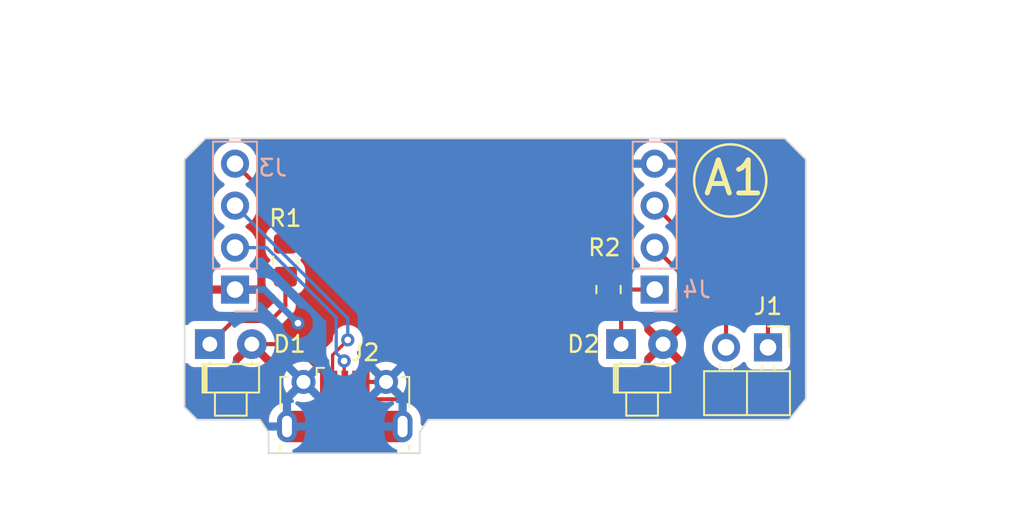
<source format=kicad_pcb>
(kicad_pcb (version 20221018) (generator pcbnew)
  (layers (0 "F.Cu" signal) (31 "B.Cu" signal) (34 "B.Paste" user) (35 "F.Paste" user) (36 "B.SilkS" user "B.Silkscreen") (37 "F.SilkS" user "F.Silkscreen") (38 "B.Mask" user) (39 "F.Mask" user) (44 "Edge.Cuts" user))
  (net 0 "")
  (net 1 "Net-(D1-K)")
  (net 2 "VCC")
  (net 3 "Net-(D2-K)")
  (net 4 "/RXI_{0}")
  (net 5 "/TXI_{0}")
  (net 6 "/D-")
  (net 7 "/D+")
  (net 9 "GND")
  (net 10 "/S_{0}")
  (net 11 "/S_{1}")
  (footprint "Connector_USB:USB_Micro-B_Molex-105017-0001" (layer "F.Cu") (at 86.654 77.1545)
    (fp_text reference "J2" (at 1.23 -3.2405) (layer "F.SilkS"))
    (fp_text value "USB_B_Micro UART")
    (fp_line (start -3.9 -1.7625) (end -3.45 -1.7625) (stroke (width 0.12)) (layer "F.SilkS"))
    (fp_line (start -3.9 0.0875) (end -3.9 -1.7625) (stroke (width 0.12)) (layer "F.SilkS"))
    (fp_line (start -3.9 2.6375) (end -3.9 2.3875) (stroke (width 0.12)) (layer "F.SilkS"))
    (fp_line (start -1.7 -2.3125) (end -1.7 -1.8625) (stroke (width 0.12)) (layer "F.SilkS"))
    (fp_line (start -1.7 -2.3125) (end -1.25 -2.3125) (stroke (width 0.12)) (layer "F.SilkS"))
    (fp_line (start 3.9 -1.7625) (end 3.45 -1.7625) (stroke (width 0.12)) (layer "F.SilkS"))
    (fp_line (start 3.9 0.0875) (end 3.9 -1.7625) (stroke (width 0.12)) (layer "F.SilkS"))
    (fp_line (start 3.9 2.6375) (end 3.9 2.3875) (stroke (width 0.12)) (layer "F.SilkS"))
    (pad "1" smd rect (at -1.3 -1.4625) (size 0.4 1.35) (layers "F.Cu" "F.Paste" "F.Mask") (net 2 "VCC"))
    (pad "2" smd rect (at -0.65 -1.4625) (size 0.4 1.35) (layers "F.Cu" "F.Paste" "F.Mask") (net 6 "/D-"))
    (pad "3" smd rect (at 0 -1.4625) (size 0.4 1.35) (layers "F.Cu" "F.Paste" "F.Mask") (net 7 "/D+"))
    (pad "4" smd rect (at 0.65 -1.4625) (size 0.4 1.35) (layers "F.Cu" "F.Paste" "F.Mask"))
    (pad "5" smd rect (at 1.3 -1.4625) (size 0.4 1.35) (layers "F.Cu" "F.Paste" "F.Mask") (net 9 "GND"))
    (pad "6" thru_hole oval (at -3.5 1.2375 180) (size 1.2 1.9) (drill oval 0.6 1.3) (layers "*.Cu" "*.Mask") (net 9 "GND"))
    (pad "6" smd rect (at -2.9 1.2375) (size 1.2 1.9) (layers "F.Cu" "F.Mask") (net 9 "GND"))
    (pad "6" thru_hole circle (at -2.5 -1.4625) (size 1.45 1.45) (drill 0.85) (layers "*.Cu" "*.Mask") (net 9 "GND"))
    (pad "6" smd rect (at -1 1.2375) (size 1.5 1.9) (layers "F.Cu" "F.Paste" "F.Mask") (net 9 "GND"))
    (pad "6" smd rect (at 1 1.2375) (size 1.5 1.9) (layers "F.Cu" "F.Paste" "F.Mask") (net 9 "GND"))
    (pad "6" thru_hole circle (at 2.5 -1.4625) (size 1.45 1.45) (drill 0.85) (layers "*.Cu" "*.Mask") (net 9 "GND"))
    (pad "6" smd rect (at 2.9 1.2375) (size 1.2 1.9) (layers "F.Cu" "F.Mask") (net 9 "GND"))
    (pad "6" thru_hole oval (at 3.5 1.2375) (size 1.2 1.9) (drill oval 0.6 1.3) (layers "*.Cu" "*.Mask") (net 9 "GND"))
  )
  (footprint "LED_THT:LED_D1.8mm_W1.8mm_H2.4mm_Horizontal_O1.27mm_Z1.6mm" (layer "F.Cu") (at 78.486 73.406)
    (fp_text reference "D1" (at 4.826 0) (layer "F.SilkS"))
    (fp_text value "LED")
    (fp_line (start -0.44 1.21) (end -0.44 2.93) (stroke (width 0.12)) (layer "F.SilkS"))
    (fp_line (start -0.44 2.93) (end 2.98 2.93) (stroke (width 0.12)) (layer "F.SilkS"))
    (fp_line (start -0.32 1.21) (end -0.32 2.93) (stroke (width 0.12)) (layer "F.SilkS"))
    (fp_line (start -0.2 1.21) (end -0.2 2.93) (stroke (width 0.12)) (layer "F.SilkS"))
    (fp_line (start 0 1.08) (end 0 1.08) (stroke (width 0.12)) (layer "F.SilkS"))
    (fp_line (start 0 1.08) (end 0 1.21) (stroke (width 0.12)) (layer "F.SilkS"))
    (fp_line (start 0 1.21) (end 0 1.08) (stroke (width 0.12)) (layer "F.SilkS"))
    (fp_line (start 0 1.21) (end 0 1.21) (stroke (width 0.12)) (layer "F.SilkS"))
    (fp_line (start 0.31 2.93) (end 0.31 4.33) (stroke (width 0.12)) (layer "F.SilkS"))
    (fp_line (start 0.31 4.33) (end 2.23 4.33) (stroke (width 0.12)) (layer "F.SilkS"))
    (fp_line (start 2.23 2.93) (end 0.31 2.93) (stroke (width 0.12)) (layer "F.SilkS"))
    (fp_line (start 2.23 4.33) (end 2.23 2.93) (stroke (width 0.12)) (layer "F.SilkS"))
    (fp_line (start 2.54 1.08) (end 2.54 1.08) (stroke (width 0.12)) (layer "F.SilkS"))
    (fp_line (start 2.54 1.08) (end 2.54 1.21) (stroke (width 0.12)) (layer "F.SilkS"))
    (fp_line (start 2.54 1.21) (end 2.54 1.08) (stroke (width 0.12)) (layer "F.SilkS"))
    (fp_line (start 2.54 1.21) (end 2.54 1.21) (stroke (width 0.12)) (layer "F.SilkS"))
    (fp_line (start 2.98 1.21) (end -0.44 1.21) (stroke (width 0.12)) (layer "F.SilkS"))
    (fp_line (start 2.98 2.93) (end 2.98 1.21) (stroke (width 0.12)) (layer "F.SilkS"))
    (pad "1" thru_hole rect (at 0 0) (size 1.8 1.8) (drill 0.9) (layers "*.Cu" "*.Mask") (net 1 "Net-(D1-K)"))
    (pad "2" thru_hole circle (at 2.54 0) (size 1.8 1.8) (drill 0.9) (layers "*.Cu" "*.Mask") (net 2 "VCC"))
  )
  (footprint "LED_THT:LED_D1.8mm_W1.8mm_H2.4mm_Horizontal_O1.27mm_Z1.6mm" (layer "F.Cu") (at 103.378 73.406)
    (fp_text reference "D2" (at -2.286 0) (layer "F.SilkS"))
    (fp_text value "LED")
    (fp_line (start -0.44 1.21) (end -0.44 2.93) (stroke (width 0.12)) (layer "F.SilkS"))
    (fp_line (start -0.44 2.93) (end 2.98 2.93) (stroke (width 0.12)) (layer "F.SilkS"))
    (fp_line (start -0.32 1.21) (end -0.32 2.93) (stroke (width 0.12)) (layer "F.SilkS"))
    (fp_line (start -0.2 1.21) (end -0.2 2.93) (stroke (width 0.12)) (layer "F.SilkS"))
    (fp_line (start 0 1.08) (end 0 1.08) (stroke (width 0.12)) (layer "F.SilkS"))
    (fp_line (start 0 1.08) (end 0 1.21) (stroke (width 0.12)) (layer "F.SilkS"))
    (fp_line (start 0 1.21) (end 0 1.08) (stroke (width 0.12)) (layer "F.SilkS"))
    (fp_line (start 0 1.21) (end 0 1.21) (stroke (width 0.12)) (layer "F.SilkS"))
    (fp_line (start 0.31 2.93) (end 0.31 4.33) (stroke (width 0.12)) (layer "F.SilkS"))
    (fp_line (start 0.31 4.33) (end 2.23 4.33) (stroke (width 0.12)) (layer "F.SilkS"))
    (fp_line (start 2.23 2.93) (end 0.31 2.93) (stroke (width 0.12)) (layer "F.SilkS"))
    (fp_line (start 2.23 4.33) (end 2.23 2.93) (stroke (width 0.12)) (layer "F.SilkS"))
    (fp_line (start 2.54 1.08) (end 2.54 1.08) (stroke (width 0.12)) (layer "F.SilkS"))
    (fp_line (start 2.54 1.08) (end 2.54 1.21) (stroke (width 0.12)) (layer "F.SilkS"))
    (fp_line (start 2.54 1.21) (end 2.54 1.08) (stroke (width 0.12)) (layer "F.SilkS"))
    (fp_line (start 2.54 1.21) (end 2.54 1.21) (stroke (width 0.12)) (layer "F.SilkS"))
    (fp_line (start 2.98 1.21) (end -0.44 1.21) (stroke (width 0.12)) (layer "F.SilkS"))
    (fp_line (start 2.98 2.93) (end 2.98 1.21) (stroke (width 0.12)) (layer "F.SilkS"))
    (pad "1" thru_hole rect (at 0 0) (size 1.8 1.8) (drill 0.9) (layers "*.Cu" "*.Mask") (net 3 "Net-(D2-K)"))
    (pad "2" thru_hole circle (at 2.54 0) (size 1.8 1.8) (drill 0.9) (layers "*.Cu" "*.Mask") (net 2 "VCC"))
  )
  (footprint "Resistor_SMD:R_0805_2012Metric_Pad1.20x1.40mm_HandSolder" (layer "F.Cu") (at 83.058 68.326 90)
    (fp_text reference "R1" (at 2.54 0 180) (layer "F.SilkS"))
    (fp_text value "1k")
    (fp_line (start -0.227064 -0.735) (end 0.227064 -0.735) (stroke (width 0.12)) (layer "F.SilkS"))
    (fp_line (start -0.227064 0.735) (end 0.227064 0.735) (stroke (width 0.12)) (layer "F.SilkS"))
    (pad "1" smd roundrect (at -1 0 90) (size 1.2 1.4) (layers "F.Cu" "F.Paste" "F.Mask") (roundrect_rratio 0.208333) (net 1 "Net-(D1-K)"))
    (pad "2" smd roundrect (at 1 0 90) (size 1.2 1.4) (layers "F.Cu" "F.Paste" "F.Mask") (roundrect_rratio 0.208333) (net 10 "/S_{0}"))
  )
  (footprint "Resistor_SMD:R_0805_2012Metric_Pad1.20x1.40mm_HandSolder" (layer "F.Cu") (at 102.616 70.104 90)
    (fp_text reference "R2" (at 2.54 -0.254 180) (layer "F.SilkS"))
    (fp_text value "1k")
    (fp_line (start -0.227064 -0.735) (end 0.227064 -0.735) (stroke (width 0.12)) (layer "F.SilkS"))
    (fp_line (start -0.227064 0.735) (end 0.227064 0.735) (stroke (width 0.12)) (layer "F.SilkS"))
    (pad "1" smd roundrect (at -1 0 90) (size 1.2 1.4) (layers "F.Cu" "F.Paste" "F.Mask") (roundrect_rratio 0.208333) (net 3 "Net-(D2-K)"))
    (pad "2" smd roundrect (at 1 0 90) (size 1.2 1.4) (layers "F.Cu" "F.Paste" "F.Mask") (roundrect_rratio 0.208333) (net 11 "/S_{1}"))
  )
  (footprint "Connector_PinHeader_2.54mm:PinHeader_1x02_P2.54mm_Horizontal" (layer "F.Cu") (at 112.268 73.603 -90)
    (fp_text reference "J1" (at -2.483 0 -180) (layer "F.SilkS"))
    (fp_text value "Conn_01x02")
    (fp_line (start -1.27 -1.27) (end 0 -1.27) (stroke (width 0.12)) (layer "F.SilkS"))
    (fp_line (start -1.27 0) (end -1.27 -1.27) (stroke (width 0.12)) (layer "F.SilkS"))
    (fp_line (start 1.042929 2.16) (end 1.44 2.16) (stroke (width 0.12)) (layer "F.SilkS"))
    (fp_line (start 1.042929 2.92) (end 1.44 2.92) (stroke (width 0.12)) (layer "F.SilkS"))
    (fp_line (start 1.11 -0.38) (end 1.44 -0.38) (stroke (width 0.12)) (layer "F.SilkS"))
    (fp_line (start 1.11 0.38) (end 1.44 0.38) (stroke (width 0.12)) (layer "F.SilkS"))
    (fp_line (start 1.44 -1.33) (end 1.44 3.87) (stroke (width 0.12)) (layer "F.SilkS"))
    (fp_line (start 1.44 1.27) (end 4.1 1.27) (stroke (width 0.12)) (layer "F.SilkS"))
    (fp_line (start 1.44 3.87) (end 4.1 3.87) (stroke (width 0.12)) (layer "F.SilkS"))
    (fp_line (start 4.1 -1.33) (end 1.44 -1.33) (stroke (width 0.12)) (layer "F.SilkS"))
    (fp_line (start 4.1 3.87) (end 4.1 -1.33) (stroke (width 0.12)) (layer "F.SilkS"))
    (pad "1" thru_hole rect (at 0 0 270) (size 1.7 1.7) (drill 1) (layers "*.Cu" "*.Mask") (net 4 "/RXI_{0}"))
    (pad "2" thru_hole oval (at 0 2.54 270) (size 1.7 1.7) (drill 1) (layers "*.Cu" "*.Mask") (net 5 "/TXI_{0}"))
  )
  (footprint "Connector_PinSocket_2.54mm:PinSocket_1x04_P2.54mm_Vertical" (layer "B.Cu") (at 105.41 70.104)
    (fp_text reference "J4" (at 2.54 0) (layer "B.SilkS") (effects (justify mirror)))
    (fp_text value "Conn_01x04")
    (fp_line (start -1.33 -8.95) (end 1.33 -8.95) (stroke (width 0.12)) (layer "B.SilkS"))
    (fp_line (start -1.33 -1.27) (end -1.33 -8.95) (stroke (width 0.12)) (layer "B.SilkS"))
    (fp_line (start -1.33 -1.27) (end 1.33 -1.27) (stroke (width 0.12)) (layer "B.SilkS"))
    (fp_line (start 0 1.33) (end 1.33 1.33) (stroke (width 0.12)) (layer "B.SilkS"))
    (fp_line (start 1.33 -1.27) (end 1.33 -8.95) (stroke (width 0.12)) (layer "B.SilkS"))
    (fp_line (start 1.33 1.33) (end 1.33 0) (stroke (width 0.12)) (layer "B.SilkS"))
    (pad "1" thru_hole rect (at 0 0) (size 1.7 1.7) (drill 1) (layers "*.Cu" "*.Mask") (net 11 "/S_{1}"))
    (pad "2" thru_hole oval (at 0 -2.54) (size 1.7 1.7) (drill 1) (layers "*.Cu" "*.Mask") (net 5 "/TXI_{0}"))
    (pad "3" thru_hole oval (at 0 -5.08) (size 1.7 1.7) (drill 1) (layers "*.Cu" "*.Mask") (net 4 "/RXI_{0}"))
    (pad "4" thru_hole oval (at 0 -7.62) (size 1.7 1.7) (drill 1) (layers "*.Cu" "*.Mask") (net 9 "GND"))
  )
  (footprint "Connector_PinSocket_2.54mm:PinSocket_1x04_P2.54mm_Vertical" (layer "B.Cu") (at 80.01 70.104)
    (fp_text reference "J3" (at 2.286 -7.366) (layer "B.SilkS") (effects (justify mirror)))
    (fp_text value "Conn_01x04")
    (fp_line (start -1.33 -8.95) (end 1.33 -8.95) (stroke (width 0.12)) (layer "B.SilkS"))
    (fp_line (start -1.33 -1.27) (end -1.33 -8.95) (stroke (width 0.12)) (layer "B.SilkS"))
    (fp_line (start -1.33 -1.27) (end 1.33 -1.27) (stroke (width 0.12)) (layer "B.SilkS"))
    (fp_line (start 0 1.33) (end 1.33 1.33) (stroke (width 0.12)) (layer "B.SilkS"))
    (fp_line (start 1.33 -1.27) (end 1.33 -8.95) (stroke (width 0.12)) (layer "B.SilkS"))
    (fp_line (start 1.33 1.33) (end 1.33 0) (stroke (width 0.12)) (layer "B.SilkS"))
    (pad "1" thru_hole rect (at 0 0) (size 1.7 1.7) (drill 1) (layers "*.Cu" "*.Mask") (net 2 "VCC"))
    (pad "2" thru_hole oval (at 0 -2.54) (size 1.7 1.7) (drill 1) (layers "*.Cu" "*.Mask") (net 7 "/D+"))
    (pad "3" thru_hole oval (at 0 -5.08) (size 1.7 1.7) (drill 1) (layers "*.Cu" "*.Mask") (net 6 "/D-"))
    (pad "4" thru_hole oval (at 0 -7.62) (size 1.7 1.7) (drill 1) (layers "*.Cu" "*.Mask") (net 10 "/S_{0}"))
  )
  (gr_circle (center 109.982 63.5) (end 111.76 64.77) (stroke (width 0.15)) (fill none) (layer "F.SilkS"))
  (gr_line (start 91.186 80.01) (end 82.042 80.01) (stroke (width 0.1)) (layer "Edge.Cuts"))
  (gr_line (start 76.962 62.23) (end 78.232 60.96) (stroke (width 0.1)) (layer "Edge.Cuts"))
  (gr_line (start 114.554 62.23) (end 113.284 60.96) (stroke (width 0.1)) (layer "Edge.Cuts"))
  (gr_line (start 82.042 80.01) (end 82.042 78.74) (stroke (width 0.1)) (layer "Edge.Cuts"))
  (gr_line (start 91.186 78.74) (end 91.694 77.978) (stroke (width 0.1)) (layer "Edge.Cuts"))
  (gr_line (start 81.534 77.978) (end 82.042 78.74) (stroke (width 0.1)) (layer "Edge.Cuts"))
  (gr_line (start 81.534 77.978) (end 77.724 77.978) (stroke (width 0.1)) (layer "Edge.Cuts"))
  (gr_line (start 77.724 77.978) (end 76.962 77.216) (stroke (width 0.1)) (layer "Edge.Cuts"))
  (gr_line (start 114.554 62.23) (end 114.554 76.708) (stroke (width 0.1)) (layer "Edge.Cuts"))
  (gr_line (start 76.962 77.216) (end 76.962 62.23) (stroke (width 0.1)) (layer "Edge.Cuts"))
  (gr_line (start 113.538 77.978) (end 114.554 76.708) (stroke (width 0.1)) (layer "Edge.Cuts"))
  (gr_line (start 91.186 78.74) (end 91.186 80.01) (stroke (width 0.1)) (layer "Edge.Cuts"))
  (gr_line (start 113.538 77.978) (end 91.694 77.978) (stroke (width 0.1)) (layer "Edge.Cuts"))
  (gr_line (start 78.232 60.96) (end 113.284 60.96) (stroke (width 0.1)) (layer "Edge.Cuts"))
  (gr_text "A1" (at 108.204 64.516) (layer "F.SilkS") (effects (font (size 2 2) (thickness 0.3)) (justify left bottom)))
  (segment (start 83.058 71.088) (end 83.058 69.326) (width 0.25) (layer "F.Cu") (net 1))
  (segment (start 82.139 72.007) (end 79.885 72.007) (width 0.25) (layer "F.Cu") (net 1))
  (segment (start 83.058 71.088) (end 82.139 72.007) (width 0.25) (layer "F.Cu") (net 1))
  (segment (start 79.885 72.007) (end 78.486 73.406) (width 0.25) (layer "F.Cu") (net 1))
  (segment (start 92.964 76.2) (end 92.422 76.742) (width 0.25) (layer "F.Cu") (net 2))
  (segment (start 83.543 73.406) (end 81.026 73.406) (width 0.25) (layer "F.Cu") (net 2))
  (segment (start 85.354 75.692) (end 85.354 75.217) (width 0.25) (layer "F.Cu") (net 2))
  (segment (start 92.422 76.742) (end 85.479 76.742) (width 0.25) (layer "F.Cu") (net 2))
  (segment (start 85.354 75.217) (end 83.543 73.406) (width 0.25) (layer "F.Cu") (net 2))
  (segment (start 85.479 76.742) (end 85.354 76.617) (width 0.25) (layer "F.Cu") (net 2))
  (segment (start 85.354 76.617) (end 85.354 75.692) (width 0.25) (layer "F.Cu") (net 2))
  (via (at 83.82 72.136) (size 0.8) (drill 0.4) (layers "F.Cu" "B.Cu") (net 2))
  (segment (start 80.01 70.104) (end 81.788 70.104) (width 0.4) (layer "B.Cu") (net 2))
  (segment (start 81.788 70.104) (end 83.82 72.136) (width 0.4) (layer "B.Cu") (net 2))
  (segment (start 103.378 71.866) (end 103.378 73.406) (width 0.25) (layer "F.Cu") (net 3))
  (segment (start 102.616 71.104) (end 103.378 71.866) (width 0.25) (layer "F.Cu") (net 3))
  (segment (start 105.41 65.024) (end 112.268 71.882) (width 0.25) (layer "F.Cu") (net 4))
  (segment (start 112.268 71.882) (end 112.268 73.603) (width 0.25) (layer "F.Cu") (net 4))
  (segment (start 109.728 71.882) (end 109.728 73.603) (width 0.25) (layer "F.Cu") (net 5))
  (segment (start 105.41 67.564) (end 109.728 71.882) (width 0.25) (layer "F.Cu") (net 5))
  (segment (start 85.914 74.071565) (end 86.8345 73.151065) (width 0.2) (layer "F.Cu") (net 6))
  (segment (start 86.004 75.692) (end 85.914 75.602) (width 0.2) (layer "F.Cu") (net 6))
  (segment (start 85.914 75.602) (end 85.914 74.071565) (width 0.2) (layer "F.Cu") (net 6))
  (via (at 86.8345 73.151065) (size 0.8) (drill 0.4) (layers "F.Cu" "B.Cu") (net 6))
  (segment (start 86.8345 73.151065) (end 86.8345 71.8485) (width 0.2) (layer "B.Cu") (net 6))
  (segment (start 86.8345 71.8485) (end 80.01 65.024) (width 0.2) (layer "B.Cu") (net 6))
  (segment (start 86.614 74.422) (end 86.614 75.652) (width 0.2) (layer "F.Cu") (net 7))
  (segment (start 86.614 75.652) (end 86.654 75.692) (width 0.2) (layer "F.Cu") (net 7))
  (via (at 86.614 74.422) (size 0.8) (drill 0.4) (layers "F.Cu" "B.Cu") (net 7))
  (segment (start 86.135 73.943) (end 86.614 74.422) (width 0.2) (layer "B.Cu") (net 7))
  (segment (start 81.913603 67.564) (end 86.135 71.785397) (width 0.2) (layer "B.Cu") (net 7))
  (segment (start 86.135 73.66) (end 86.135 73.943) (width 0.2) (layer "B.Cu") (net 7))
  (segment (start 86.135 71.785397) (end 86.135 73.66) (width 0.2) (layer "B.Cu") (net 7))
  (segment (start 80.01 67.564) (end 81.913603 67.564) (width 0.2) (layer "B.Cu") (net 7))
  (segment (start 87.954 75.692) (end 89.154 75.692) (width 0.25) (layer "F.Cu") (net 9))
  (segment (start 90.154 78.392) (end 87.654 78.392) (width 0.25) (layer "F.Cu") (net 9))
  (segment (start 83.154 78.392) (end 85.654 78.392) (width 0.25) (layer "F.Cu") (net 9))
  (segment (start 83.058 67.326) (end 83.058 65.532) (width 0.25) (layer "F.Cu") (net 10))
  (segment (start 80.01 62.484) (end 83.058 65.532) (width 0.25) (layer "F.Cu") (net 10))
  (segment (start 105.41 70.104) (end 103.616 70.104) (width 0.25) (layer "F.Cu") (net 11))
  (segment (start 103.616 70.104) (end 102.616 69.104) (width 0.25) (layer "F.Cu") (net 11))
  (zone (net 2) (net_name "VCC") (layer "F.Cu") (connect_pads (clearance 0.5)) (min_thickness 0.25) (fill yes (thermal_gap 0.5) (thermal_bridge_width 0.5))
    (polygon (pts (xy 66.294 81.28) (xy 127.762 81.28) (xy 127.762 52.578) (xy 66.294 52.578)))
  )
  (zone (net 9) (net_name "GND") (layer "B.Cu") (priority 1) (connect_pads (clearance 0.5)) (min_thickness 0.25) (fill yes (thermal_gap 0.5) (thermal_bridge_width 0.5))
    (polygon (pts (xy 66.04 81.28) (xy 127.762 81.28) (xy 127.254 52.578) (xy 65.786 52.578)))
  )
)
</source>
